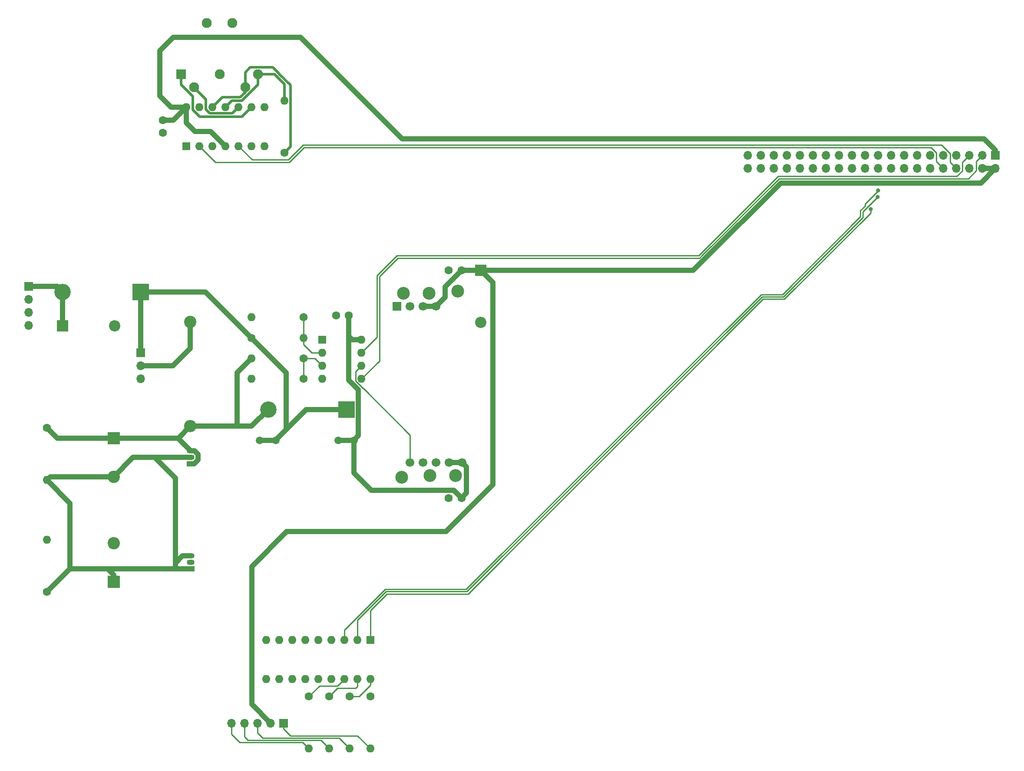
<source format=gbr>
%TF.GenerationSoftware,KiCad,Pcbnew,6.0.2+dfsg-1*%
%TF.CreationDate,2023-05-30T20:03:52-04:00*%
%TF.ProjectId,nabu_pizero_adapter,6e616275-5f70-4697-9a65-726f5f616461,1.0*%
%TF.SameCoordinates,Original*%
%TF.FileFunction,Copper,L1,Top*%
%TF.FilePolarity,Positive*%
%FSLAX46Y46*%
G04 Gerber Fmt 4.6, Leading zero omitted, Abs format (unit mm)*
G04 Created by KiCad (PCBNEW 6.0.2+dfsg-1) date 2023-05-30 20:03:52*
%MOMM*%
%LPD*%
G01*
G04 APERTURE LIST*
%TA.AperFunction,ComponentPad*%
%ADD10C,1.600000*%
%TD*%
%TA.AperFunction,ComponentPad*%
%ADD11O,1.600000X1.600000*%
%TD*%
%TA.AperFunction,ComponentPad*%
%ADD12R,1.700000X1.700000*%
%TD*%
%TA.AperFunction,ComponentPad*%
%ADD13O,1.700000X1.700000*%
%TD*%
%TA.AperFunction,ComponentPad*%
%ADD14R,2.400000X2.400000*%
%TD*%
%TA.AperFunction,ComponentPad*%
%ADD15C,2.400000*%
%TD*%
%TA.AperFunction,ComponentPad*%
%ADD16R,3.200000X3.200000*%
%TD*%
%TA.AperFunction,ComponentPad*%
%ADD17O,3.200000X3.200000*%
%TD*%
%TA.AperFunction,ComponentPad*%
%ADD18R,1.600000X1.600000*%
%TD*%
%TA.AperFunction,ComponentPad*%
%ADD19R,1.500000X1.050000*%
%TD*%
%TA.AperFunction,ComponentPad*%
%ADD20O,1.500000X1.050000*%
%TD*%
%TA.AperFunction,ComponentPad*%
%ADD21C,1.500000*%
%TD*%
%TA.AperFunction,ComponentPad*%
%ADD22R,1.950000X1.950000*%
%TD*%
%TA.AperFunction,ComponentPad*%
%ADD23C,1.950000*%
%TD*%
%TA.AperFunction,ComponentPad*%
%ADD24R,2.200000X2.200000*%
%TD*%
%TA.AperFunction,ComponentPad*%
%ADD25O,2.200000X2.200000*%
%TD*%
%TA.AperFunction,WasherPad*%
%ADD26C,2.500000*%
%TD*%
%TA.AperFunction,ComponentPad*%
%ADD27C,1.700000*%
%TD*%
%TA.AperFunction,ComponentPad*%
%ADD28O,2.400000X2.400000*%
%TD*%
%TA.AperFunction,ViaPad*%
%ADD29C,0.800000*%
%TD*%
%TA.AperFunction,Conductor*%
%ADD30C,1.000000*%
%TD*%
%TA.AperFunction,Conductor*%
%ADD31C,0.250000*%
%TD*%
%TA.AperFunction,Conductor*%
%ADD32C,0.495200*%
%TD*%
G04 APERTURE END LIST*
D10*
%TO.P,R8,1*%
%TO.N,/UPS_SENSE*%
X109853400Y-102059400D03*
D11*
%TO.P,R8,2*%
%TO.N,GND*%
X99693400Y-102059400D03*
%TD*%
D10*
%TO.P,C4,1*%
%TO.N,+5V*%
X140663600Y-80901200D03*
%TO.P,C4,2*%
%TO.N,GND*%
X138163600Y-80901200D03*
%TD*%
%TO.P,R1,1*%
%TO.N,/RX+*%
X106115000Y-57937400D03*
D11*
%TO.P,R1,2*%
%TO.N,/RX-*%
X106115000Y-47777400D03*
%TD*%
D12*
%TO.P,J1,1,3V3*%
%TO.N,+3V3*%
X244768200Y-58448200D03*
D13*
%TO.P,J1,2,5V*%
%TO.N,+5V*%
X244768200Y-60988200D03*
%TO.P,J1,3,SDA/GPIO2*%
%TO.N,/SDA*%
X242228200Y-58448200D03*
%TO.P,J1,4,5V*%
%TO.N,+5V*%
X242228200Y-60988200D03*
%TO.P,J1,5,SCL/GPIO3*%
%TO.N,/SCL*%
X239688200Y-58448200D03*
%TO.P,J1,6,GND*%
%TO.N,GND*%
X239688200Y-60988200D03*
%TO.P,J1,7,GCLK0/GPIO4*%
%TO.N,unconnected-(J1-Pad7)*%
X237148200Y-58448200D03*
%TO.P,J1,8,GPIO14/TXD*%
%TO.N,/TX*%
X237148200Y-60988200D03*
%TO.P,J1,9,GND*%
%TO.N,GND*%
X234608200Y-58448200D03*
%TO.P,J1,10,GPIO15/RXD*%
%TO.N,/RX*%
X234608200Y-60988200D03*
%TO.P,J1,11,GPIO17*%
%TO.N,unconnected-(J1-Pad11)*%
X232068200Y-58448200D03*
%TO.P,J1,12,GPIO18/PWM0*%
%TO.N,unconnected-(J1-Pad12)*%
X232068200Y-60988200D03*
%TO.P,J1,13,GPIO27*%
%TO.N,unconnected-(J1-Pad13)*%
X229528200Y-58448200D03*
%TO.P,J1,14,GND*%
%TO.N,GND*%
X229528200Y-60988200D03*
%TO.P,J1,15,GPIO22*%
%TO.N,/LINK*%
X226988200Y-58448200D03*
%TO.P,J1,16,GPIO23*%
%TO.N,/CABLE*%
X226988200Y-60988200D03*
%TO.P,J1,17,3V3*%
%TO.N,+3V3*%
X224448200Y-58448200D03*
%TO.P,J1,18,GPIO24*%
%TO.N,/MSG*%
X224448200Y-60988200D03*
%TO.P,J1,19,MOSI0/GPIO10*%
%TO.N,unconnected-(J1-Pad19)*%
X221908200Y-58448200D03*
%TO.P,J1,20,GND*%
%TO.N,GND*%
X221908200Y-60988200D03*
%TO.P,J1,21,MISO0/GPIO9*%
%TO.N,unconnected-(J1-Pad21)*%
X219368200Y-58448200D03*
%TO.P,J1,22,GPIO25*%
%TO.N,unconnected-(J1-Pad22)*%
X219368200Y-60988200D03*
%TO.P,J1,23,SCLK0/GPIO11*%
%TO.N,unconnected-(J1-Pad23)*%
X216828200Y-58448200D03*
%TO.P,J1,24,~{CE0}/GPIO8*%
%TO.N,unconnected-(J1-Pad24)*%
X216828200Y-60988200D03*
%TO.P,J1,25,GND*%
%TO.N,GND*%
X214288200Y-58448200D03*
%TO.P,J1,26,~{CE1}/GPIO7*%
%TO.N,unconnected-(J1-Pad26)*%
X214288200Y-60988200D03*
%TO.P,J1,27,ID_SD/GPIO0*%
%TO.N,unconnected-(J1-Pad27)*%
X211748200Y-58448200D03*
%TO.P,J1,28,ID_SC/GPIO1*%
%TO.N,unconnected-(J1-Pad28)*%
X211748200Y-60988200D03*
%TO.P,J1,29,GCLK1/GPIO5*%
%TO.N,unconnected-(J1-Pad29)*%
X209208200Y-58448200D03*
%TO.P,J1,30,GND*%
%TO.N,GND*%
X209208200Y-60988200D03*
%TO.P,J1,31,GCLK2/GPIO6*%
%TO.N,unconnected-(J1-Pad31)*%
X206668200Y-58448200D03*
%TO.P,J1,32,PWM0/GPIO12*%
%TO.N,unconnected-(J1-Pad32)*%
X206668200Y-60988200D03*
%TO.P,J1,33,PWM1/GPIO13*%
%TO.N,unconnected-(J1-Pad33)*%
X204128200Y-58448200D03*
%TO.P,J1,34,GND*%
%TO.N,GND*%
X204128200Y-60988200D03*
%TO.P,J1,35,GPIO19/MISO1*%
%TO.N,unconnected-(J1-Pad35)*%
X201588200Y-58448200D03*
%TO.P,J1,36,GPIO16*%
%TO.N,unconnected-(J1-Pad36)*%
X201588200Y-60988200D03*
%TO.P,J1,37,GPIO26*%
%TO.N,unconnected-(J1-Pad37)*%
X199048200Y-58448200D03*
%TO.P,J1,38,GPIO20/MOSI1*%
%TO.N,unconnected-(J1-Pad38)*%
X199048200Y-60988200D03*
%TO.P,J1,39,GND*%
%TO.N,GND*%
X196508200Y-58448200D03*
%TO.P,J1,40,GPIO21/SCLK1*%
%TO.N,unconnected-(J1-Pad40)*%
X196508200Y-60988200D03*
%TD*%
D10*
%TO.P,R5,1*%
%TO.N,Net-(D1-Pad1)*%
X99705800Y-94082200D03*
D11*
%TO.P,R5,2*%
%TO.N,/VCC_SENSE*%
X109865800Y-94082200D03*
%TD*%
D12*
%TO.P,J5,1,Pin_1*%
%TO.N,Net-(J5-Pad1)*%
X106001400Y-169268000D03*
D13*
%TO.P,J5,2,Pin_2*%
%TO.N,+5V*%
X103461400Y-169268000D03*
%TO.P,J5,3,Pin_3*%
%TO.N,Net-(J5-Pad3)*%
X100921400Y-169268000D03*
%TO.P,J5,4,Pin_4*%
%TO.N,Net-(J5-Pad4)*%
X98381400Y-169268000D03*
%TO.P,J5,5,Pin_5*%
%TO.N,Net-(J5-Pad5)*%
X95841400Y-169268000D03*
%TD*%
D10*
%TO.P,R9,1*%
%TO.N,Net-(R9-Pad1)*%
X118885200Y-164058600D03*
D11*
%TO.P,R9,2*%
%TO.N,Net-(J5-Pad3)*%
X118885200Y-174218600D03*
%TD*%
D14*
%TO.P,C2,1*%
%TO.N,Net-(C1-Pad2)*%
X72833200Y-141670400D03*
D15*
%TO.P,C2,2*%
%TO.N,GND*%
X72833200Y-134170400D03*
%TD*%
D16*
%TO.P,D3,1,K*%
%TO.N,Net-(D1-Pad1)*%
X118235400Y-108053800D03*
D17*
%TO.P,D3,2,A*%
%TO.N,Net-(C1-Pad1)*%
X102995400Y-108053800D03*
%TD*%
D12*
%TO.P,J4,1,Pin_1*%
%TO.N,Net-(D1-Pad1)*%
X78141400Y-97023000D03*
D13*
%TO.P,J4,2,Pin_2*%
%TO.N,Net-(J4-Pad2)*%
X78141400Y-99563000D03*
%TO.P,J4,3,Pin_3*%
%TO.N,GND*%
X78141400Y-102103000D03*
%TD*%
D18*
%TO.P,U1,1,NC*%
%TO.N,unconnected-(U1-Pad1)*%
X87034600Y-56657400D03*
D11*
%TO.P,U1,2,RO*%
%TO.N,/RX*%
X89574600Y-56657400D03*
%TO.P,U1,3,~{RE}*%
%TO.N,GND*%
X92114600Y-56657400D03*
%TO.P,U1,4,DE*%
%TO.N,+3V3*%
X94654600Y-56657400D03*
%TO.P,U1,5,DI*%
%TO.N,/TX*%
X97194600Y-56657400D03*
%TO.P,U1,6,GND*%
%TO.N,GND*%
X99734600Y-56657400D03*
%TO.P,U1,7,GND*%
X102274600Y-56657400D03*
%TO.P,U1,8,NC*%
%TO.N,unconnected-(U1-Pad8)*%
X102274600Y-49037400D03*
%TO.P,U1,9,Y*%
%TO.N,/TX+*%
X99734600Y-49037400D03*
%TO.P,U1,10,Z*%
%TO.N,/TX-*%
X97194600Y-49037400D03*
%TO.P,U1,11,B*%
%TO.N,/RX-*%
X94654600Y-49037400D03*
%TO.P,U1,12,A*%
%TO.N,/RX+*%
X92114600Y-49037400D03*
%TO.P,U1,13,NC*%
%TO.N,unconnected-(U1-Pad13)*%
X89574600Y-49037400D03*
%TO.P,U1,14,VCC*%
%TO.N,+3V3*%
X87034600Y-49037400D03*
%TD*%
D18*
%TO.P,U3,1,~{RESET}/PB5*%
%TO.N,unconnected-(U3-Pad1)*%
X113546400Y-94424000D03*
D11*
%TO.P,U3,2,XTAL1/PB3*%
%TO.N,/VCC_SENSE*%
X113546400Y-96964000D03*
%TO.P,U3,3,XTAL2/PB4*%
%TO.N,/UPS_SENSE*%
X113546400Y-99504000D03*
%TO.P,U3,4,GND*%
%TO.N,GND*%
X113546400Y-102044000D03*
%TO.P,U3,5,AREF/PB0*%
%TO.N,/SDA*%
X121166400Y-102044000D03*
%TO.P,U3,6,PB1*%
%TO.N,/PWR_EN*%
X121166400Y-99504000D03*
%TO.P,U3,7,PB2*%
%TO.N,/SCL*%
X121166400Y-96964000D03*
%TO.P,U3,8,VCC*%
%TO.N,VDC*%
X121166400Y-94424000D03*
%TD*%
D19*
%TO.P,U5,1,REF*%
%TO.N,Net-(C1-Pad1)*%
X87833200Y-118670400D03*
D20*
%TO.P,U5,2,A*%
%TO.N,Net-(C1-Pad2)*%
X87833200Y-117400400D03*
%TO.P,U5,3,K*%
%TO.N,Net-(C1-Pad1)*%
X87833200Y-116130400D03*
%TD*%
D21*
%TO.P,F1,1*%
%TO.N,Net-(D1-Pad1)*%
X104415400Y-114048200D03*
X101365400Y-114048200D03*
%TO.P,F1,2*%
%TO.N,VDC*%
X119665400Y-114048200D03*
X116615400Y-114048200D03*
%TD*%
D22*
%TO.P,J2,1*%
%TO.N,/TX+*%
X86000000Y-42668200D03*
D23*
%TO.P,J2,2*%
%TO.N,unconnected-(J2-Pad2)*%
X93500000Y-42668200D03*
%TO.P,J2,3*%
%TO.N,/RX-*%
X101000000Y-42668200D03*
%TO.P,J2,4*%
%TO.N,/TX-*%
X88500000Y-45168200D03*
%TO.P,J2,5*%
%TO.N,/RX+*%
X98500000Y-45168200D03*
%TO.P,J2,E1*%
%TO.N,N/C*%
X96000000Y-32668200D03*
%TO.P,J2,E2*%
X91000000Y-32668200D03*
%TD*%
D24*
%TO.P,D4,1,K*%
%TO.N,+5V*%
X144448200Y-80901200D03*
D25*
%TO.P,D4,2,A*%
%TO.N,GND*%
X144448200Y-91061200D03*
%TD*%
D10*
%TO.P,R4,1*%
%TO.N,Net-(C1-Pad2)*%
X59833200Y-143670400D03*
D11*
%TO.P,R4,2*%
%TO.N,GND*%
X59833200Y-133510400D03*
%TD*%
D10*
%TO.P,C3,1*%
%TO.N,VDC*%
X140663600Y-125325800D03*
%TO.P,C3,2*%
%TO.N,GND*%
X138163600Y-125325800D03*
%TD*%
%TO.P,R7,1*%
%TO.N,/UPS_SENSE*%
X109853400Y-98059400D03*
D11*
%TO.P,R7,2*%
%TO.N,Net-(C1-Pad1)*%
X99693400Y-98059400D03*
%TD*%
D18*
%TO.P,U2,1,I1*%
%TO.N,/CABLE*%
X122887400Y-153058600D03*
D11*
%TO.P,U2,2,I2*%
%TO.N,/LINK*%
X120347400Y-153058600D03*
%TO.P,U2,3,I3*%
%TO.N,/MSG*%
X117807400Y-153058600D03*
%TO.P,U2,4,I4*%
%TO.N,unconnected-(U2-Pad4)*%
X115267400Y-153058600D03*
%TO.P,U2,5,I5*%
%TO.N,unconnected-(U2-Pad5)*%
X112727400Y-153058600D03*
%TO.P,U2,6,I6*%
%TO.N,unconnected-(U2-Pad6)*%
X110187400Y-153058600D03*
%TO.P,U2,7,I7*%
%TO.N,unconnected-(U2-Pad7)*%
X107647400Y-153058600D03*
%TO.P,U2,8,I8*%
%TO.N,unconnected-(U2-Pad8)*%
X105107400Y-153058600D03*
%TO.P,U2,9,GND*%
%TO.N,GND*%
X102567400Y-153058600D03*
%TO.P,U2,10,COM*%
%TO.N,unconnected-(U2-Pad10)*%
X102567400Y-160678600D03*
%TO.P,U2,11,O8*%
%TO.N,unconnected-(U2-Pad11)*%
X105107400Y-160678600D03*
%TO.P,U2,12,O7*%
%TO.N,unconnected-(U2-Pad12)*%
X107647400Y-160678600D03*
%TO.P,U2,13,O6*%
%TO.N,unconnected-(U2-Pad13)*%
X110187400Y-160678600D03*
%TO.P,U2,14,O5*%
%TO.N,unconnected-(U2-Pad14)*%
X112727400Y-160678600D03*
%TO.P,U2,15,O4*%
%TO.N,unconnected-(U2-Pad15)*%
X115267400Y-160678600D03*
%TO.P,U2,16,O3*%
%TO.N,Net-(R11-Pad1)*%
X117807400Y-160678600D03*
%TO.P,U2,17,O2*%
%TO.N,Net-(R10-Pad1)*%
X120347400Y-160678600D03*
%TO.P,U2,18,O1*%
%TO.N,Net-(R9-Pad1)*%
X122887400Y-160678600D03*
%TD*%
D26*
%TO.P,U4,*%
%TO.N,*%
X139903200Y-84992200D03*
X128981200Y-121314200D03*
X134362190Y-85373200D03*
X134522210Y-120933200D03*
X129362200Y-85373200D03*
X139522200Y-120933200D03*
D12*
%TO.P,U4,1,GND*%
%TO.N,GND*%
X128092200Y-87913200D03*
D27*
%TO.P,U4,2,GND*%
X130632200Y-87913200D03*
%TO.P,U4,3,Vout_{1}*%
%TO.N,+5V*%
X133172200Y-87913200D03*
%TO.P,U4,4,Vout_{2}*%
X135712200Y-87913200D03*
%TO.P,U4,5,Vin_{1}*%
%TO.N,VDC*%
X140792200Y-118393200D03*
%TO.P,U4,6,Vin_{2}*%
X138252200Y-118393200D03*
%TO.P,U4,7,GND*%
%TO.N,GND*%
X135712200Y-118393200D03*
%TO.P,U4,8,GND*%
X133172200Y-118393200D03*
%TO.P,U4,9,EN*%
%TO.N,/PWR_EN*%
X130632200Y-118393200D03*
%TD*%
D10*
%TO.P,R10,1*%
%TO.N,Net-(R10-Pad1)*%
X114885200Y-164058600D03*
D11*
%TO.P,R10,2*%
%TO.N,Net-(J5-Pad4)*%
X114885200Y-174218600D03*
%TD*%
D16*
%TO.P,D1,1,K*%
%TO.N,Net-(D1-Pad1)*%
X78116000Y-85095400D03*
D17*
%TO.P,D1,2,A*%
%TO.N,VCC*%
X62876000Y-85095400D03*
%TD*%
D10*
%TO.P,R11,1*%
%TO.N,Net-(R11-Pad1)*%
X110885200Y-164058600D03*
D11*
%TO.P,R11,2*%
%TO.N,Net-(J5-Pad5)*%
X110885200Y-174218600D03*
%TD*%
D10*
%TO.P,R12,1*%
%TO.N,GND*%
X122885200Y-164058600D03*
D11*
%TO.P,R12,2*%
%TO.N,Net-(J5-Pad1)*%
X122885200Y-174218600D03*
%TD*%
D24*
%TO.P,D2,1,K*%
%TO.N,VCC*%
X62926800Y-91724800D03*
D25*
%TO.P,D2,2,A*%
%TO.N,GND*%
X73086800Y-91724800D03*
%TD*%
D10*
%TO.P,C5,1*%
%TO.N,VDC*%
X118701840Y-89681200D03*
%TO.P,C5,2*%
%TO.N,GND*%
X116201840Y-89681200D03*
%TD*%
D15*
%TO.P,R2,1*%
%TO.N,Net-(J4-Pad2)*%
X87818800Y-90988200D03*
D28*
%TO.P,R2,2*%
%TO.N,Net-(C1-Pad1)*%
X87818800Y-111308200D03*
%TD*%
D14*
%TO.P,C1,1*%
%TO.N,Net-(C1-Pad1)*%
X72833200Y-113670400D03*
D15*
%TO.P,C1,2*%
%TO.N,Net-(C1-Pad2)*%
X72833200Y-121170400D03*
%TD*%
D19*
%TO.P,U6,1,REF*%
%TO.N,Net-(C1-Pad2)*%
X87833200Y-139170400D03*
D20*
%TO.P,U6,2,A*%
%TO.N,GND*%
X87833200Y-137900400D03*
%TO.P,U6,3,K*%
%TO.N,Net-(C1-Pad2)*%
X87833200Y-136630400D03*
%TD*%
D10*
%TO.P,R6,1*%
%TO.N,/VCC_SENSE*%
X109865800Y-90082200D03*
D11*
%TO.P,R6,2*%
%TO.N,GND*%
X99705800Y-90082200D03*
%TD*%
D12*
%TO.P,J3,1,Pin_1*%
%TO.N,VCC*%
X56297400Y-84064000D03*
D13*
%TO.P,J3,2,Pin_2*%
%TO.N,unconnected-(J3-Pad2)*%
X56297400Y-86604000D03*
%TO.P,J3,3,Pin_3*%
%TO.N,unconnected-(J3-Pad3)*%
X56297400Y-89144000D03*
%TO.P,J3,4,Pin_4*%
%TO.N,GND*%
X56297400Y-91684000D03*
%TD*%
D10*
%TO.P,C6,1*%
%TO.N,+3V3*%
X82416800Y-51582000D03*
%TO.P,C6,2*%
%TO.N,GND*%
X82416800Y-54082000D03*
%TD*%
%TO.P,R3,1*%
%TO.N,Net-(C1-Pad1)*%
X59833200Y-111670400D03*
D11*
%TO.P,R3,2*%
%TO.N,Net-(C1-Pad2)*%
X59833200Y-121830400D03*
%TD*%
D29*
%TO.N,+3V3*%
X225272600Y-55270400D03*
%TO.N,/CABLE*%
X220421200Y-68935600D03*
%TO.N,/LINK*%
X221767400Y-66548000D03*
%TO.N,/MSG*%
X221919800Y-65354200D03*
%TD*%
D30*
%TO.N,Net-(C1-Pad1)*%
X88519932Y-118670400D02*
X89282720Y-117907612D01*
X102995400Y-108053800D02*
X99741000Y-111308200D01*
X87818800Y-111308200D02*
X96775600Y-111308200D01*
X85456600Y-113670400D02*
X87818800Y-111308200D01*
X99741000Y-111308200D02*
X96775600Y-111308200D01*
X72833200Y-113670400D02*
X61833200Y-113670400D01*
X89282720Y-116820120D02*
X88593000Y-116130400D01*
X96901000Y-100851800D02*
X96901000Y-111182800D01*
X87833200Y-118670400D02*
X88519932Y-118670400D01*
X96901000Y-111182800D02*
X96775600Y-111308200D01*
X99693400Y-98059400D02*
X96901000Y-100851800D01*
X61833200Y-113670400D02*
X59833200Y-111670400D01*
X89282720Y-117907612D02*
X89282720Y-116820120D01*
X85456600Y-113670400D02*
X85456600Y-113753800D01*
X85456600Y-113753800D02*
X87833200Y-116130400D01*
X88593000Y-116130400D02*
X87833200Y-116130400D01*
X72833200Y-113670400D02*
X85456600Y-113670400D01*
%TO.N,Net-(C1-Pad2)*%
X72833200Y-121170400D02*
X60493200Y-121170400D01*
X86283200Y-136630400D02*
X84861400Y-138052200D01*
X59833200Y-121830400D02*
X64333200Y-126330400D01*
X84861400Y-138052200D02*
X84861400Y-139170400D01*
X71704200Y-139170400D02*
X64333200Y-139170400D01*
X72833200Y-141670400D02*
X72833200Y-140299400D01*
X64333200Y-139170400D02*
X59833200Y-143670400D01*
X87833200Y-139170400D02*
X84861400Y-139170400D01*
X84861400Y-139170400D02*
X71704200Y-139170400D01*
X64333200Y-126330400D02*
X64333200Y-139170400D01*
X87833200Y-136630400D02*
X86283200Y-136630400D01*
X84861400Y-138052200D02*
X84861400Y-121411400D01*
X60493200Y-121170400D02*
X59833200Y-121830400D01*
X84861400Y-121411400D02*
X80850400Y-117400400D01*
X76603200Y-117400400D02*
X80850400Y-117400400D01*
X72833200Y-140299400D02*
X71704200Y-139170400D01*
X80850400Y-117400400D02*
X87833200Y-117400400D01*
X72833200Y-121170400D02*
X76603200Y-117400400D01*
%TO.N,VDC*%
X118701840Y-93762840D02*
X118701840Y-89681200D01*
X120534911Y-104168859D02*
X120534911Y-113178689D01*
X119665400Y-120431200D02*
X123060489Y-123826289D01*
X118701840Y-102335788D02*
X120534911Y-104168859D01*
X121166400Y-94424000D02*
X119363000Y-94424000D01*
X119665400Y-114048200D02*
X119665400Y-120431200D01*
X140792200Y-118393200D02*
X141642200Y-119243200D01*
X118701840Y-93087160D02*
X118701840Y-102335788D01*
X140663600Y-125325800D02*
X139164089Y-123826289D01*
X120534911Y-113178689D02*
X119665400Y-114048200D01*
X119363000Y-94424000D02*
X118701840Y-93762840D01*
X116615400Y-114048200D02*
X119665400Y-114048200D01*
X141642200Y-124347200D02*
X140663600Y-125325800D01*
X141642200Y-119243200D02*
X141642200Y-124347200D01*
X139164089Y-123826289D02*
X123060489Y-123826289D01*
X138252200Y-118393200D02*
X140792200Y-118393200D01*
%TO.N,+5V*%
X144448200Y-80901200D02*
X185847966Y-80901200D01*
X99758000Y-165564600D02*
X103461400Y-169268000D01*
X146786600Y-122732800D02*
X137638800Y-131880600D01*
X135712200Y-87913200D02*
X137437800Y-86187600D01*
X144448200Y-80901200D02*
X146786600Y-83239600D01*
X137437800Y-84127000D02*
X140663600Y-80901200D01*
X185847966Y-80901200D02*
X187184483Y-79564683D01*
X135712200Y-87913200D02*
X133172200Y-87913200D01*
X202907246Y-63841920D02*
X187184483Y-79564683D01*
X146786600Y-83239600D02*
X146786600Y-122732800D01*
X144448200Y-80901200D02*
X140663600Y-80901200D01*
X106574600Y-131880600D02*
X99758000Y-138697200D01*
X137437800Y-86187600D02*
X137437800Y-84127000D01*
X242228200Y-60988200D02*
X244768200Y-60988200D01*
X244768200Y-60988200D02*
X241914480Y-63841920D01*
X241914480Y-63841920D02*
X202907246Y-63841920D01*
X137638800Y-131880600D02*
X106574600Y-131880600D01*
X99758000Y-138697200D02*
X99758000Y-165564600D01*
%TO.N,+3V3*%
X81865600Y-38049200D02*
X81865600Y-46863000D01*
X225272600Y-55270400D02*
X242570000Y-55270400D01*
X244768200Y-57468600D02*
X244768200Y-58448200D01*
X81865600Y-46863000D02*
X84040000Y-49037400D01*
X84481800Y-35433000D02*
X109245400Y-35433000D01*
X84481800Y-35433000D02*
X81865600Y-38049200D01*
X84040000Y-49037400D02*
X87034600Y-49037400D01*
X87034600Y-52115800D02*
X88716000Y-53797200D01*
X84490000Y-51582000D02*
X87034600Y-49037400D01*
X129082800Y-55270400D02*
X109245400Y-35433000D01*
X225272600Y-55270400D02*
X129082800Y-55270400D01*
X242570000Y-55270400D02*
X244768200Y-57468600D01*
X87034600Y-49037400D02*
X87034600Y-52115800D01*
X88716000Y-53797200D02*
X91794400Y-53797200D01*
X91794400Y-53797200D02*
X94654600Y-56657400D01*
X82416800Y-51582000D02*
X84490000Y-51582000D01*
%TO.N,Net-(D1-Pad1)*%
X78116000Y-96997600D02*
X78141400Y-97023000D01*
X118235400Y-108053800D02*
X110386800Y-108053800D01*
X106502200Y-111938400D02*
X106502200Y-111357400D01*
X104392400Y-114048200D02*
X101365400Y-114048200D01*
X90719000Y-85095400D02*
X99705800Y-94082200D01*
X78116000Y-85095400D02*
X78116000Y-96997600D01*
X106502200Y-111938400D02*
X104392400Y-114048200D01*
X106502200Y-100878600D02*
X106502200Y-111357400D01*
X78116000Y-85095400D02*
X90719000Y-85095400D01*
X110386800Y-108053800D02*
X106502200Y-111938400D01*
X99705800Y-94082200D02*
X106502200Y-100878600D01*
%TO.N,VCC*%
X62886000Y-91684000D02*
X62926800Y-91724800D01*
X62876000Y-91674000D02*
X62926800Y-91724800D01*
X61844600Y-84064000D02*
X62876000Y-85095400D01*
X62876000Y-85095400D02*
X62876000Y-91674000D01*
X56297400Y-84064000D02*
X61844600Y-84064000D01*
D31*
%TO.N,/SDA*%
X242228200Y-58448200D02*
X241053689Y-59622711D01*
X236034520Y-63009720D02*
X202573398Y-63009720D01*
X124655520Y-98554880D02*
X121166400Y-102044000D01*
X239471200Y-63017400D02*
X236042200Y-63017400D01*
X202573398Y-63009720D02*
X187541259Y-78041859D01*
X124655520Y-82079598D02*
X124655520Y-98554880D01*
X128227598Y-78507520D02*
X187075598Y-78507520D01*
X128227598Y-78507520D02*
X124655520Y-82079598D01*
X187075598Y-78507520D02*
X187541259Y-78041859D01*
X236042200Y-63017400D02*
X236034520Y-63009720D01*
X241053689Y-59622711D02*
X241053689Y-61434911D01*
X241053689Y-61434911D02*
X239471200Y-63017400D01*
%TO.N,/SCL*%
X124206000Y-93924400D02*
X124206000Y-81893400D01*
X202387200Y-62560200D02*
X237237210Y-62560200D01*
X124206000Y-81893400D02*
X128041400Y-78058000D01*
X128041400Y-78058000D02*
X186889400Y-78058000D01*
X121166400Y-96964000D02*
X124206000Y-93924400D01*
X238322711Y-59813689D02*
X239688200Y-58448200D01*
X238322711Y-61474699D02*
X238322711Y-59813689D01*
X186889400Y-78058000D02*
X202387200Y-62560200D01*
X237237210Y-62560200D02*
X238322711Y-61474699D01*
%TO.N,/TX*%
X235973689Y-58152679D02*
X234267490Y-56446480D01*
X234267490Y-56446480D02*
X109795803Y-56446480D01*
X106907882Y-59334400D02*
X99871600Y-59334400D01*
X109795803Y-56446480D02*
X106907882Y-59334400D01*
X235973689Y-59813689D02*
X235973689Y-58152679D01*
X99871600Y-59334400D02*
X97194600Y-56657400D01*
X237148200Y-60988200D02*
X235973689Y-59813689D01*
%TO.N,/RX*%
X234608200Y-60988200D02*
X233242711Y-59622711D01*
X232177010Y-56896000D02*
X109982000Y-56896000D01*
X233242711Y-57961701D02*
X232177010Y-56896000D01*
X233242711Y-59622711D02*
X233242711Y-57961701D01*
X107094079Y-59783920D02*
X92701120Y-59783920D01*
X92701120Y-59783920D02*
X89574600Y-56657400D01*
X109982000Y-56896000D02*
X107094079Y-59783920D01*
%TO.N,/CABLE*%
X141935200Y-144018000D02*
X197104000Y-88849200D01*
X126238000Y-144018000D02*
X141935200Y-144018000D01*
X220421200Y-68935600D02*
X220421200Y-69697600D01*
X197104000Y-88849200D02*
X199453500Y-86499700D01*
X122887400Y-147257636D02*
X123647418Y-146497618D01*
X122887400Y-153058600D02*
X122887400Y-147257636D01*
X123647418Y-146497618D02*
X126127036Y-144018000D01*
X126127036Y-144018000D02*
X126238000Y-144018000D01*
X203619100Y-86499700D02*
X199453500Y-86499700D01*
X220421200Y-69697600D02*
X203619100Y-86499700D01*
%TO.N,/LINK*%
X199267302Y-86050180D02*
X141749002Y-143568480D01*
X125677516Y-143831803D02*
X123680259Y-145829059D01*
X121005459Y-148503859D02*
X123680259Y-145829059D01*
X218884141Y-70598941D02*
X203432902Y-86050180D01*
X221767400Y-66548000D02*
X218884141Y-69431259D01*
X218884141Y-69431259D02*
X218884141Y-70598941D01*
X125940838Y-143568480D02*
X125677516Y-143831803D01*
X120347400Y-149161918D02*
X121005459Y-148503859D01*
X203432902Y-86050180D02*
X199267302Y-86050180D01*
X120347400Y-153058600D02*
X120347400Y-149161918D01*
X141749002Y-143568480D02*
X125940838Y-143568480D01*
%TO.N,/MSG*%
X117807400Y-153058600D02*
X117807400Y-151066200D01*
X203246704Y-85600660D02*
X218434621Y-70412743D01*
X120103400Y-148770200D02*
X125754641Y-143118960D01*
X117807400Y-151066200D02*
X120103400Y-148770200D01*
X125754641Y-143118960D02*
X141562804Y-143118960D01*
X219341341Y-67949445D02*
X221919800Y-65370986D01*
X141562804Y-143118960D02*
X199081105Y-85600660D01*
X221919800Y-65370986D02*
X221919800Y-65354200D01*
X218434621Y-70412743D02*
X218434621Y-69245061D01*
X199081105Y-85600660D02*
X203246704Y-85600660D01*
X219341341Y-68338341D02*
X219341341Y-67949445D01*
X218434621Y-69245061D02*
X219341341Y-68338341D01*
D32*
%TO.N,/TX+*%
X95679442Y-50931630D02*
X89659370Y-50931630D01*
X97840369Y-50931631D02*
X95679442Y-50931630D01*
X88281711Y-46911311D02*
X85991200Y-44620800D01*
X99734600Y-49037400D02*
X97840369Y-50931631D01*
X85991200Y-44620800D02*
X85991200Y-42668200D01*
X88281711Y-49553971D02*
X88281711Y-46911311D01*
X89659370Y-50931630D02*
X88281711Y-49553971D01*
%TO.N,/RX-*%
X100991200Y-44620853D02*
X100991200Y-42668200D01*
X106115000Y-44577000D02*
X106115000Y-47777400D01*
X95901711Y-47790289D02*
X97821764Y-47790289D01*
X104206200Y-42668200D02*
X106115000Y-44577000D01*
X94654600Y-49037400D02*
X95901711Y-47790289D01*
X97821764Y-47790289D02*
X100991200Y-44620853D01*
X100991200Y-42668200D02*
X104206200Y-42668200D01*
%TO.N,/TX-*%
X95947489Y-50284511D02*
X91598029Y-50284511D01*
X90821711Y-47498711D02*
X88491200Y-45168200D01*
X91598029Y-50284511D02*
X90821711Y-49508193D01*
X90821711Y-49508193D02*
X90821711Y-47498711D01*
X97194600Y-49037400D02*
X95947489Y-50284511D01*
%TO.N,/RX+*%
X97544917Y-47143170D02*
X98491200Y-46196887D01*
X99492311Y-41293689D02*
X98491200Y-42294800D01*
X103873089Y-41293689D02*
X99492311Y-41293689D01*
X98491200Y-46196887D02*
X98491200Y-45168200D01*
X107314511Y-44785911D02*
X105048200Y-42519600D01*
X107314511Y-56737889D02*
X107314511Y-44785911D01*
X92114600Y-49037400D02*
X94008831Y-47143169D01*
X105048200Y-42519600D02*
X105048200Y-42468800D01*
X105048200Y-42468800D02*
X103873089Y-41293689D01*
X106115000Y-57937400D02*
X107314511Y-56737889D01*
X98491200Y-42294800D02*
X98491200Y-45168200D01*
X94008831Y-47143169D02*
X97544917Y-47143170D01*
D30*
%TO.N,Net-(J4-Pad2)*%
X87818800Y-96106400D02*
X87818800Y-90988200D01*
X84362200Y-99563000D02*
X87818800Y-96106400D01*
X78141400Y-99563000D02*
X84362200Y-99563000D01*
D31*
%TO.N,Net-(J5-Pad1)*%
X106001400Y-170352840D02*
X106001400Y-169268000D01*
X122885200Y-174218600D02*
X120370640Y-171704040D01*
X120370640Y-171704040D02*
X107352600Y-171704040D01*
X107352600Y-171704040D02*
X106001400Y-170352840D01*
%TO.N,Net-(J5-Pad3)*%
X101881560Y-172153560D02*
X100921400Y-171193400D01*
X116820160Y-172153560D02*
X101881560Y-172153560D01*
X118885200Y-174218600D02*
X116820160Y-172153560D01*
X100921400Y-171193400D02*
X100921400Y-169268000D01*
%TO.N,Net-(J5-Pad4)*%
X114885200Y-174218600D02*
X113269680Y-172603080D01*
X113269680Y-172603080D02*
X99029080Y-172603080D01*
X98381400Y-171955400D02*
X98381400Y-169268000D01*
X99029080Y-172603080D02*
X98381400Y-171955400D01*
%TO.N,Net-(J5-Pad5)*%
X97446600Y-173052600D02*
X95841400Y-171447400D01*
X109719200Y-173052600D02*
X97446600Y-173052600D01*
X110885200Y-174218600D02*
X109719200Y-173052600D01*
X95841400Y-171447400D02*
X95841400Y-169268000D01*
%TO.N,/VCC_SENSE*%
X111463600Y-96964000D02*
X113546400Y-96964000D01*
X109865800Y-94082200D02*
X109865800Y-95366200D01*
X109865800Y-95366200D02*
X111463600Y-96964000D01*
X109865800Y-90082200D02*
X109865800Y-94082200D01*
%TO.N,/UPS_SENSE*%
X109853400Y-98059400D02*
X109853400Y-102059400D01*
X113546400Y-99504000D02*
X112090200Y-98047800D01*
X112090200Y-98047800D02*
X111785400Y-98047800D01*
X111773800Y-98059400D02*
X109853400Y-98059400D01*
X111785400Y-98047800D02*
X111773800Y-98059400D01*
%TO.N,Net-(R10-Pad1)*%
X120347400Y-162115200D02*
X120027200Y-162435400D01*
X120027200Y-162435400D02*
X116508400Y-162435400D01*
X116508400Y-162435400D02*
X114885200Y-164058600D01*
X120347400Y-160678600D02*
X120347400Y-162115200D01*
%TO.N,/PWR_EN*%
X121539000Y-103966000D02*
X130632200Y-113059200D01*
X130632200Y-113059200D02*
X130632200Y-118393200D01*
X121166400Y-99504000D02*
X120041889Y-100628511D01*
X120041889Y-102509789D02*
X121498100Y-103966000D01*
X121498100Y-103966000D02*
X121539000Y-103966000D01*
X120041889Y-100628511D02*
X120041889Y-102509789D01*
%TO.N,Net-(R9-Pad1)*%
X120690000Y-164058600D02*
X118885200Y-164058600D01*
X122887400Y-161861200D02*
X120690000Y-164058600D01*
X122887400Y-160678600D02*
X122887400Y-161861200D01*
%TO.N,Net-(R11-Pad1)*%
X116507800Y-161978200D02*
X112965600Y-161978200D01*
X117807400Y-160678600D02*
X116507800Y-161978200D01*
X112965600Y-161978200D02*
X110885200Y-164058600D01*
%TD*%
M02*

</source>
